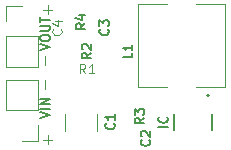
<source format=gbr>
%TF.GenerationSoftware,KiCad,Pcbnew,8.0.5*%
%TF.CreationDate,2025-09-15T10:24:37+05:30*%
%TF.ProjectId,design_buck_converter,64657369-676e-45f6-9275-636b5f636f6e,rev?*%
%TF.SameCoordinates,Original*%
%TF.FileFunction,Legend,Top*%
%TF.FilePolarity,Positive*%
%FSLAX46Y46*%
G04 Gerber Fmt 4.6, Leading zero omitted, Abs format (unit mm)*
G04 Created by KiCad (PCBNEW 8.0.5) date 2025-09-15 10:24:37*
%MOMM*%
%LPD*%
G01*
G04 APERTURE LIST*
%ADD10C,0.100000*%
%ADD11C,0.125000*%
%ADD12C,0.150000*%
%ADD13C,0.120000*%
%ADD14C,0.127000*%
%ADD15C,0.200000*%
G04 APERTURE END LIST*
D10*
X176303884Y-80491466D02*
X177065789Y-80491466D01*
X176684836Y-80872419D02*
X176684836Y-80110514D01*
X176491466Y-74196115D02*
X176491466Y-73434211D01*
X176303884Y-69491466D02*
X177065789Y-69491466D01*
X176684836Y-69872419D02*
X176684836Y-69110514D01*
X176491466Y-76196115D02*
X176491466Y-75434211D01*
D11*
X177787404Y-71133332D02*
X177825500Y-71171428D01*
X177825500Y-71171428D02*
X177863595Y-71285713D01*
X177863595Y-71285713D02*
X177863595Y-71361904D01*
X177863595Y-71361904D02*
X177825500Y-71476190D01*
X177825500Y-71476190D02*
X177749309Y-71552380D01*
X177749309Y-71552380D02*
X177673119Y-71590475D01*
X177673119Y-71590475D02*
X177520738Y-71628571D01*
X177520738Y-71628571D02*
X177406452Y-71628571D01*
X177406452Y-71628571D02*
X177254071Y-71590475D01*
X177254071Y-71590475D02*
X177177880Y-71552380D01*
X177177880Y-71552380D02*
X177101690Y-71476190D01*
X177101690Y-71476190D02*
X177063595Y-71361904D01*
X177063595Y-71361904D02*
X177063595Y-71285713D01*
X177063595Y-71285713D02*
X177101690Y-71171428D01*
X177101690Y-71171428D02*
X177139785Y-71133332D01*
X177330261Y-70447618D02*
X177863595Y-70447618D01*
X177025500Y-70638094D02*
X177596928Y-70828571D01*
X177596928Y-70828571D02*
X177596928Y-70333332D01*
D12*
X179862295Y-70633332D02*
X179481342Y-70899999D01*
X179862295Y-71090475D02*
X179062295Y-71090475D01*
X179062295Y-71090475D02*
X179062295Y-70785713D01*
X179062295Y-70785713D02*
X179100390Y-70709523D01*
X179100390Y-70709523D02*
X179138485Y-70671428D01*
X179138485Y-70671428D02*
X179214676Y-70633332D01*
X179214676Y-70633332D02*
X179328961Y-70633332D01*
X179328961Y-70633332D02*
X179405152Y-70671428D01*
X179405152Y-70671428D02*
X179443247Y-70709523D01*
X179443247Y-70709523D02*
X179481342Y-70785713D01*
X179481342Y-70785713D02*
X179481342Y-71090475D01*
X179328961Y-69947618D02*
X179862295Y-69947618D01*
X179024200Y-70138094D02*
X179595628Y-70328571D01*
X179595628Y-70328571D02*
X179595628Y-69833332D01*
X181786104Y-71133332D02*
X181824200Y-71171428D01*
X181824200Y-71171428D02*
X181862295Y-71285713D01*
X181862295Y-71285713D02*
X181862295Y-71361904D01*
X181862295Y-71361904D02*
X181824200Y-71476190D01*
X181824200Y-71476190D02*
X181748009Y-71552380D01*
X181748009Y-71552380D02*
X181671819Y-71590475D01*
X181671819Y-71590475D02*
X181519438Y-71628571D01*
X181519438Y-71628571D02*
X181405152Y-71628571D01*
X181405152Y-71628571D02*
X181252771Y-71590475D01*
X181252771Y-71590475D02*
X181176580Y-71552380D01*
X181176580Y-71552380D02*
X181100390Y-71476190D01*
X181100390Y-71476190D02*
X181062295Y-71361904D01*
X181062295Y-71361904D02*
X181062295Y-71285713D01*
X181062295Y-71285713D02*
X181100390Y-71171428D01*
X181100390Y-71171428D02*
X181138485Y-71133332D01*
X181062295Y-70866666D02*
X181062295Y-70371428D01*
X181062295Y-70371428D02*
X181367057Y-70638094D01*
X181367057Y-70638094D02*
X181367057Y-70523809D01*
X181367057Y-70523809D02*
X181405152Y-70447618D01*
X181405152Y-70447618D02*
X181443247Y-70409523D01*
X181443247Y-70409523D02*
X181519438Y-70371428D01*
X181519438Y-70371428D02*
X181709914Y-70371428D01*
X181709914Y-70371428D02*
X181786104Y-70409523D01*
X181786104Y-70409523D02*
X181824200Y-70447618D01*
X181824200Y-70447618D02*
X181862295Y-70523809D01*
X181862295Y-70523809D02*
X181862295Y-70752380D01*
X181862295Y-70752380D02*
X181824200Y-70828571D01*
X181824200Y-70828571D02*
X181786104Y-70866666D01*
X176062295Y-78651189D02*
X176862295Y-78384522D01*
X176862295Y-78384522D02*
X176062295Y-78117856D01*
X176862295Y-77851189D02*
X176062295Y-77851189D01*
X176862295Y-77470237D02*
X176062295Y-77470237D01*
X176062295Y-77470237D02*
X176862295Y-77013094D01*
X176862295Y-77013094D02*
X176062295Y-77013094D01*
X184862295Y-78633332D02*
X184481342Y-78899999D01*
X184862295Y-79090475D02*
X184062295Y-79090475D01*
X184062295Y-79090475D02*
X184062295Y-78785713D01*
X184062295Y-78785713D02*
X184100390Y-78709523D01*
X184100390Y-78709523D02*
X184138485Y-78671428D01*
X184138485Y-78671428D02*
X184214676Y-78633332D01*
X184214676Y-78633332D02*
X184328961Y-78633332D01*
X184328961Y-78633332D02*
X184405152Y-78671428D01*
X184405152Y-78671428D02*
X184443247Y-78709523D01*
X184443247Y-78709523D02*
X184481342Y-78785713D01*
X184481342Y-78785713D02*
X184481342Y-79090475D01*
X184062295Y-78366666D02*
X184062295Y-77871428D01*
X184062295Y-77871428D02*
X184367057Y-78138094D01*
X184367057Y-78138094D02*
X184367057Y-78023809D01*
X184367057Y-78023809D02*
X184405152Y-77947618D01*
X184405152Y-77947618D02*
X184443247Y-77909523D01*
X184443247Y-77909523D02*
X184519438Y-77871428D01*
X184519438Y-77871428D02*
X184709914Y-77871428D01*
X184709914Y-77871428D02*
X184786104Y-77909523D01*
X184786104Y-77909523D02*
X184824200Y-77947618D01*
X184824200Y-77947618D02*
X184862295Y-78023809D01*
X184862295Y-78023809D02*
X184862295Y-78252380D01*
X184862295Y-78252380D02*
X184824200Y-78328571D01*
X184824200Y-78328571D02*
X184786104Y-78366666D01*
X182286104Y-79108332D02*
X182324200Y-79146428D01*
X182324200Y-79146428D02*
X182362295Y-79260713D01*
X182362295Y-79260713D02*
X182362295Y-79336904D01*
X182362295Y-79336904D02*
X182324200Y-79451190D01*
X182324200Y-79451190D02*
X182248009Y-79527380D01*
X182248009Y-79527380D02*
X182171819Y-79565475D01*
X182171819Y-79565475D02*
X182019438Y-79603571D01*
X182019438Y-79603571D02*
X181905152Y-79603571D01*
X181905152Y-79603571D02*
X181752771Y-79565475D01*
X181752771Y-79565475D02*
X181676580Y-79527380D01*
X181676580Y-79527380D02*
X181600390Y-79451190D01*
X181600390Y-79451190D02*
X181562295Y-79336904D01*
X181562295Y-79336904D02*
X181562295Y-79260713D01*
X181562295Y-79260713D02*
X181600390Y-79146428D01*
X181600390Y-79146428D02*
X181638485Y-79108332D01*
X182362295Y-78346428D02*
X182362295Y-78803571D01*
X182362295Y-78574999D02*
X181562295Y-78574999D01*
X181562295Y-78574999D02*
X181676580Y-78651190D01*
X181676580Y-78651190D02*
X181752771Y-78727380D01*
X181752771Y-78727380D02*
X181790866Y-78803571D01*
X183862295Y-73133333D02*
X183862295Y-73514285D01*
X183862295Y-73514285D02*
X183062295Y-73514285D01*
X183862295Y-72447619D02*
X183862295Y-72904762D01*
X183862295Y-72676190D02*
X183062295Y-72676190D01*
X183062295Y-72676190D02*
X183176580Y-72752381D01*
X183176580Y-72752381D02*
X183252771Y-72828571D01*
X183252771Y-72828571D02*
X183290866Y-72904762D01*
D11*
X179866667Y-74863595D02*
X179600000Y-74482642D01*
X179409524Y-74863595D02*
X179409524Y-74063595D01*
X179409524Y-74063595D02*
X179714286Y-74063595D01*
X179714286Y-74063595D02*
X179790476Y-74101690D01*
X179790476Y-74101690D02*
X179828571Y-74139785D01*
X179828571Y-74139785D02*
X179866667Y-74215976D01*
X179866667Y-74215976D02*
X179866667Y-74330261D01*
X179866667Y-74330261D02*
X179828571Y-74406452D01*
X179828571Y-74406452D02*
X179790476Y-74444547D01*
X179790476Y-74444547D02*
X179714286Y-74482642D01*
X179714286Y-74482642D02*
X179409524Y-74482642D01*
X180628571Y-74863595D02*
X180171428Y-74863595D01*
X180400000Y-74863595D02*
X180400000Y-74063595D01*
X180400000Y-74063595D02*
X180323809Y-74177880D01*
X180323809Y-74177880D02*
X180247619Y-74254071D01*
X180247619Y-74254071D02*
X180171428Y-74292166D01*
D12*
X180362295Y-73133332D02*
X179981342Y-73399999D01*
X180362295Y-73590475D02*
X179562295Y-73590475D01*
X179562295Y-73590475D02*
X179562295Y-73285713D01*
X179562295Y-73285713D02*
X179600390Y-73209523D01*
X179600390Y-73209523D02*
X179638485Y-73171428D01*
X179638485Y-73171428D02*
X179714676Y-73133332D01*
X179714676Y-73133332D02*
X179828961Y-73133332D01*
X179828961Y-73133332D02*
X179905152Y-73171428D01*
X179905152Y-73171428D02*
X179943247Y-73209523D01*
X179943247Y-73209523D02*
X179981342Y-73285713D01*
X179981342Y-73285713D02*
X179981342Y-73590475D01*
X179638485Y-72828571D02*
X179600390Y-72790475D01*
X179600390Y-72790475D02*
X179562295Y-72714285D01*
X179562295Y-72714285D02*
X179562295Y-72523809D01*
X179562295Y-72523809D02*
X179600390Y-72447618D01*
X179600390Y-72447618D02*
X179638485Y-72409523D01*
X179638485Y-72409523D02*
X179714676Y-72371428D01*
X179714676Y-72371428D02*
X179790866Y-72371428D01*
X179790866Y-72371428D02*
X179905152Y-72409523D01*
X179905152Y-72409523D02*
X180362295Y-72866666D01*
X180362295Y-72866666D02*
X180362295Y-72371428D01*
X186862295Y-79399999D02*
X186062295Y-79399999D01*
X186786104Y-78561904D02*
X186824200Y-78600000D01*
X186824200Y-78600000D02*
X186862295Y-78714285D01*
X186862295Y-78714285D02*
X186862295Y-78790476D01*
X186862295Y-78790476D02*
X186824200Y-78904762D01*
X186824200Y-78904762D02*
X186748009Y-78980952D01*
X186748009Y-78980952D02*
X186671819Y-79019047D01*
X186671819Y-79019047D02*
X186519438Y-79057143D01*
X186519438Y-79057143D02*
X186405152Y-79057143D01*
X186405152Y-79057143D02*
X186252771Y-79019047D01*
X186252771Y-79019047D02*
X186176580Y-78980952D01*
X186176580Y-78980952D02*
X186100390Y-78904762D01*
X186100390Y-78904762D02*
X186062295Y-78790476D01*
X186062295Y-78790476D02*
X186062295Y-78714285D01*
X186062295Y-78714285D02*
X186100390Y-78600000D01*
X186100390Y-78600000D02*
X186138485Y-78561904D01*
X185286104Y-80478332D02*
X185324200Y-80516428D01*
X185324200Y-80516428D02*
X185362295Y-80630713D01*
X185362295Y-80630713D02*
X185362295Y-80706904D01*
X185362295Y-80706904D02*
X185324200Y-80821190D01*
X185324200Y-80821190D02*
X185248009Y-80897380D01*
X185248009Y-80897380D02*
X185171819Y-80935475D01*
X185171819Y-80935475D02*
X185019438Y-80973571D01*
X185019438Y-80973571D02*
X184905152Y-80973571D01*
X184905152Y-80973571D02*
X184752771Y-80935475D01*
X184752771Y-80935475D02*
X184676580Y-80897380D01*
X184676580Y-80897380D02*
X184600390Y-80821190D01*
X184600390Y-80821190D02*
X184562295Y-80706904D01*
X184562295Y-80706904D02*
X184562295Y-80630713D01*
X184562295Y-80630713D02*
X184600390Y-80516428D01*
X184600390Y-80516428D02*
X184638485Y-80478332D01*
X184638485Y-80173571D02*
X184600390Y-80135475D01*
X184600390Y-80135475D02*
X184562295Y-80059285D01*
X184562295Y-80059285D02*
X184562295Y-79868809D01*
X184562295Y-79868809D02*
X184600390Y-79792618D01*
X184600390Y-79792618D02*
X184638485Y-79754523D01*
X184638485Y-79754523D02*
X184714676Y-79716428D01*
X184714676Y-79716428D02*
X184790866Y-79716428D01*
X184790866Y-79716428D02*
X184905152Y-79754523D01*
X184905152Y-79754523D02*
X185362295Y-80211666D01*
X185362295Y-80211666D02*
X185362295Y-79716428D01*
X176062295Y-72909523D02*
X176862295Y-72642856D01*
X176862295Y-72642856D02*
X176062295Y-72376190D01*
X176062295Y-71957142D02*
X176062295Y-71804761D01*
X176062295Y-71804761D02*
X176100390Y-71728571D01*
X176100390Y-71728571D02*
X176176580Y-71652380D01*
X176176580Y-71652380D02*
X176328961Y-71614285D01*
X176328961Y-71614285D02*
X176595628Y-71614285D01*
X176595628Y-71614285D02*
X176748009Y-71652380D01*
X176748009Y-71652380D02*
X176824200Y-71728571D01*
X176824200Y-71728571D02*
X176862295Y-71804761D01*
X176862295Y-71804761D02*
X176862295Y-71957142D01*
X176862295Y-71957142D02*
X176824200Y-72033333D01*
X176824200Y-72033333D02*
X176748009Y-72109523D01*
X176748009Y-72109523D02*
X176595628Y-72147619D01*
X176595628Y-72147619D02*
X176328961Y-72147619D01*
X176328961Y-72147619D02*
X176176580Y-72109523D01*
X176176580Y-72109523D02*
X176100390Y-72033333D01*
X176100390Y-72033333D02*
X176062295Y-71957142D01*
X176062295Y-71271428D02*
X176709914Y-71271428D01*
X176709914Y-71271428D02*
X176786104Y-71233333D01*
X176786104Y-71233333D02*
X176824200Y-71195238D01*
X176824200Y-71195238D02*
X176862295Y-71119047D01*
X176862295Y-71119047D02*
X176862295Y-70966666D01*
X176862295Y-70966666D02*
X176824200Y-70890476D01*
X176824200Y-70890476D02*
X176786104Y-70852381D01*
X176786104Y-70852381D02*
X176709914Y-70814285D01*
X176709914Y-70814285D02*
X176062295Y-70814285D01*
X176062295Y-70547619D02*
X176062295Y-70090476D01*
X176862295Y-70319048D02*
X176062295Y-70319048D01*
D13*
%TO.C,VIN*%
X173170000Y-78005000D02*
X173170000Y-75405000D01*
X175830000Y-75405000D02*
X173170000Y-75405000D01*
X175830000Y-78005000D02*
X173170000Y-78005000D01*
X175830000Y-78005000D02*
X175830000Y-75405000D01*
X175830000Y-79275000D02*
X175830000Y-80605000D01*
X175830000Y-80605000D02*
X174500000Y-80605000D01*
%TO.C,C1*%
X178140000Y-79711252D02*
X178140000Y-78288748D01*
X180860000Y-79711252D02*
X180860000Y-78288748D01*
%TO.C,L1*%
X184340000Y-68990000D02*
X184340000Y-76010000D01*
X184340000Y-68990000D02*
X186790000Y-68990000D01*
X184340000Y-76010000D02*
X186790000Y-76010000D01*
X191660000Y-68990000D02*
X189210000Y-68990000D01*
X191660000Y-68990000D02*
X191660000Y-76010000D01*
X191660000Y-76010000D02*
X189210000Y-76010000D01*
D14*
%TO.C,IC*%
X187400000Y-78300000D02*
X187400000Y-79700000D01*
X190600000Y-78300000D02*
X190600000Y-79700000D01*
D15*
X190350000Y-76750000D02*
G75*
G02*
X190150000Y-76750000I-100000J0D01*
G01*
X190150000Y-76750000D02*
G75*
G02*
X190350000Y-76750000I100000J0D01*
G01*
D13*
%TO.C,VOUT*%
X173170000Y-69130000D02*
X174500000Y-69130000D01*
X173170000Y-70460000D02*
X173170000Y-69130000D01*
X173170000Y-71730000D02*
X173170000Y-74330000D01*
X173170000Y-71730000D02*
X175830000Y-71730000D01*
X173170000Y-74330000D02*
X175830000Y-74330000D01*
X175830000Y-71730000D02*
X175830000Y-74330000D01*
%TD*%
M02*

</source>
